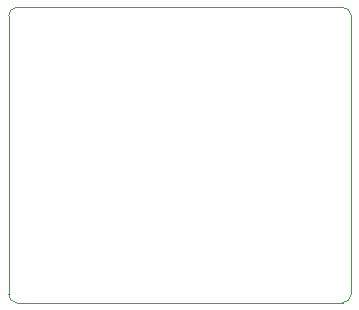
<source format=gm1>
G04 #@! TF.FileFunction,Profile,NP*
%FSLAX46Y46*%
G04 Gerber Fmt 4.6, Leading zero omitted, Abs format (unit mm)*
G04 Created by KiCad (PCBNEW 4.0.3-stable) date 09/06/16 00:26:02*
%MOMM*%
%LPD*%
G01*
G04 APERTURE LIST*
%ADD10C,0.100000*%
%ADD11C,0.001000*%
G04 APERTURE END LIST*
D10*
D11*
X128300000Y-100000000D02*
G75*
G03X129000000Y-99300000I0J700000D01*
G01*
X129000000Y-75700000D02*
G75*
G03X128300000Y-75000000I-700000J0D01*
G01*
X100700000Y-75000000D02*
G75*
G03X100000000Y-75700000I0J-700000D01*
G01*
X100000000Y-99300000D02*
G75*
G03X100700000Y-100000000I700000J0D01*
G01*
X128300000Y-100000000D02*
X100700000Y-100000000D01*
X129000000Y-75700000D02*
X129000000Y-99300000D01*
X100700000Y-75000000D02*
X128300000Y-75000000D01*
X100000000Y-99300000D02*
X100000000Y-75700000D01*
M02*

</source>
